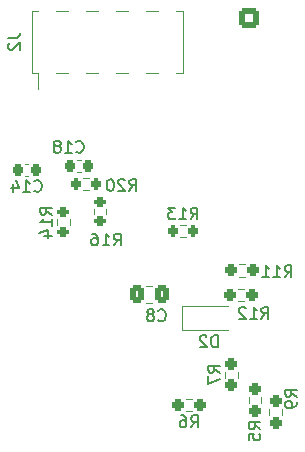
<source format=gbr>
%TF.GenerationSoftware,KiCad,Pcbnew,(6.0.4-0)*%
%TF.CreationDate,2022-03-31T17:06:01+02:00*%
%TF.ProjectId,cryosub_power_converter_top_v03,6372796f-7375-4625-9f70-6f7765725f63,rev?*%
%TF.SameCoordinates,Original*%
%TF.FileFunction,Legend,Bot*%
%TF.FilePolarity,Positive*%
%FSLAX45Y45*%
G04 Gerber Fmt 4.5, Leading zero omitted, Abs format (unit mm)*
G04 Created by KiCad (PCBNEW (6.0.4-0)) date 2022-03-31 17:06:01*
%MOMM*%
%LPD*%
G01*
G04 APERTURE LIST*
G04 Aperture macros list*
%AMRoundRect*
0 Rectangle with rounded corners*
0 $1 Rounding radius*
0 $2 $3 $4 $5 $6 $7 $8 $9 X,Y pos of 4 corners*
0 Add a 4 corners polygon primitive as box body*
4,1,4,$2,$3,$4,$5,$6,$7,$8,$9,$2,$3,0*
0 Add four circle primitives for the rounded corners*
1,1,$1+$1,$2,$3*
1,1,$1+$1,$4,$5*
1,1,$1+$1,$6,$7*
1,1,$1+$1,$8,$9*
0 Add four rect primitives between the rounded corners*
20,1,$1+$1,$2,$3,$4,$5,0*
20,1,$1+$1,$4,$5,$6,$7,0*
20,1,$1+$1,$6,$7,$8,$9,0*
20,1,$1+$1,$8,$9,$2,$3,0*%
G04 Aperture macros list end*
%ADD10C,0.150000*%
%ADD11C,0.120000*%
%ADD12C,1.000000*%
%ADD13C,1.400000*%
%ADD14C,4.700000*%
%ADD15RoundRect,0.250000X0.600000X-0.600000X0.600000X0.600000X-0.600000X0.600000X-0.600000X-0.600000X0*%
%ADD16C,1.700000*%
%ADD17RoundRect,0.237500X-0.237500X0.250000X-0.237500X-0.250000X0.237500X-0.250000X0.237500X0.250000X0*%
%ADD18RoundRect,0.237500X0.237500X-0.250000X0.237500X0.250000X-0.237500X0.250000X-0.237500X-0.250000X0*%
%ADD19RoundRect,0.237500X-0.250000X-0.237500X0.250000X-0.237500X0.250000X0.237500X-0.250000X0.237500X0*%
%ADD20R,1.000000X3.000000*%
%ADD21RoundRect,0.250000X-0.337500X-0.475000X0.337500X-0.475000X0.337500X0.475000X-0.337500X0.475000X0*%
%ADD22RoundRect,0.225000X-0.225000X-0.250000X0.225000X-0.250000X0.225000X0.250000X-0.225000X0.250000X0*%
%ADD23RoundRect,0.200000X-0.275000X0.200000X-0.275000X-0.200000X0.275000X-0.200000X0.275000X0.200000X0*%
%ADD24RoundRect,0.200000X-0.200000X-0.275000X0.200000X-0.275000X0.200000X0.275000X-0.200000X0.275000X0*%
%ADD25RoundRect,0.237500X0.250000X0.237500X-0.250000X0.237500X-0.250000X-0.237500X0.250000X-0.237500X0*%
%ADD26RoundRect,0.200000X0.200000X0.275000X-0.200000X0.275000X-0.200000X-0.275000X0.200000X-0.275000X0*%
%ADD27R,0.900000X1.200000*%
G04 APERTURE END LIST*
D10*
%TO.C,R7*%
X12152238Y-13599583D02*
X12104619Y-13566250D01*
X12152238Y-13542440D02*
X12052238Y-13542440D01*
X12052238Y-13580536D01*
X12057000Y-13590059D01*
X12061762Y-13594821D01*
X12071286Y-13599583D01*
X12085571Y-13599583D01*
X12095095Y-13594821D01*
X12099857Y-13590059D01*
X12104619Y-13580536D01*
X12104619Y-13542440D01*
X12052238Y-13632917D02*
X12052238Y-13699583D01*
X12152238Y-13656726D01*
%TO.C,R9*%
X12805238Y-13803333D02*
X12757619Y-13770000D01*
X12805238Y-13746190D02*
X12705238Y-13746190D01*
X12705238Y-13784286D01*
X12710000Y-13793809D01*
X12714762Y-13798571D01*
X12724286Y-13803333D01*
X12738571Y-13803333D01*
X12748095Y-13798571D01*
X12752857Y-13793809D01*
X12757619Y-13784286D01*
X12757619Y-13746190D01*
X12805238Y-13850952D02*
X12805238Y-13870000D01*
X12800476Y-13879524D01*
X12795714Y-13884286D01*
X12781428Y-13893809D01*
X12762381Y-13898571D01*
X12724286Y-13898571D01*
X12714762Y-13893809D01*
X12710000Y-13889048D01*
X12705238Y-13879524D01*
X12705238Y-13860476D01*
X12710000Y-13850952D01*
X12714762Y-13846190D01*
X12724286Y-13841428D01*
X12748095Y-13841428D01*
X12757619Y-13846190D01*
X12762381Y-13850952D01*
X12767143Y-13860476D01*
X12767143Y-13879524D01*
X12762381Y-13889048D01*
X12757619Y-13893809D01*
X12748095Y-13898571D01*
%TO.C,R5*%
X12495238Y-14078333D02*
X12447619Y-14045000D01*
X12495238Y-14021190D02*
X12395238Y-14021190D01*
X12395238Y-14059286D01*
X12400000Y-14068809D01*
X12404762Y-14073571D01*
X12414286Y-14078333D01*
X12428571Y-14078333D01*
X12438095Y-14073571D01*
X12442857Y-14068809D01*
X12447619Y-14059286D01*
X12447619Y-14021190D01*
X12395238Y-14168809D02*
X12395238Y-14121190D01*
X12442857Y-14116428D01*
X12438095Y-14121190D01*
X12433333Y-14130714D01*
X12433333Y-14154524D01*
X12438095Y-14164048D01*
X12442857Y-14168809D01*
X12452381Y-14173571D01*
X12476190Y-14173571D01*
X12485714Y-14168809D01*
X12490476Y-14164048D01*
X12495238Y-14154524D01*
X12495238Y-14130714D01*
X12490476Y-14121190D01*
X12485714Y-14116428D01*
%TO.C,R6*%
X11907917Y-14063238D02*
X11941250Y-14015619D01*
X11965059Y-14063238D02*
X11965059Y-13963238D01*
X11926964Y-13963238D01*
X11917440Y-13968000D01*
X11912678Y-13972762D01*
X11907917Y-13982286D01*
X11907917Y-13996571D01*
X11912678Y-14006095D01*
X11917440Y-14010857D01*
X11926964Y-14015619D01*
X11965059Y-14015619D01*
X11822202Y-13963238D02*
X11841250Y-13963238D01*
X11850774Y-13968000D01*
X11855536Y-13972762D01*
X11865059Y-13987048D01*
X11869821Y-14006095D01*
X11869821Y-14044190D01*
X11865059Y-14053714D01*
X11860298Y-14058476D01*
X11850774Y-14063238D01*
X11831726Y-14063238D01*
X11822202Y-14058476D01*
X11817440Y-14053714D01*
X11812678Y-14044190D01*
X11812678Y-14020381D01*
X11817440Y-14010857D01*
X11822202Y-14006095D01*
X11831726Y-14001333D01*
X11850774Y-14001333D01*
X11860298Y-14006095D01*
X11865059Y-14010857D01*
X11869821Y-14020381D01*
%TO.C,J2*%
X10360238Y-10766667D02*
X10431667Y-10766667D01*
X10445952Y-10761905D01*
X10455476Y-10752381D01*
X10460238Y-10738095D01*
X10460238Y-10728571D01*
X10369762Y-10809524D02*
X10365000Y-10814286D01*
X10360238Y-10823810D01*
X10360238Y-10847619D01*
X10365000Y-10857143D01*
X10369762Y-10861905D01*
X10379286Y-10866667D01*
X10388810Y-10866667D01*
X10403095Y-10861905D01*
X10460238Y-10804762D01*
X10460238Y-10866667D01*
%TO.C,C8*%
X11631667Y-13155714D02*
X11636428Y-13160476D01*
X11650714Y-13165238D01*
X11660238Y-13165238D01*
X11674524Y-13160476D01*
X11684048Y-13150952D01*
X11688809Y-13141428D01*
X11693571Y-13122381D01*
X11693571Y-13108095D01*
X11688809Y-13089048D01*
X11684048Y-13079524D01*
X11674524Y-13070000D01*
X11660238Y-13065238D01*
X11650714Y-13065238D01*
X11636428Y-13070000D01*
X11631667Y-13074762D01*
X11574524Y-13108095D02*
X11584048Y-13103333D01*
X11588809Y-13098571D01*
X11593571Y-13089048D01*
X11593571Y-13084286D01*
X11588809Y-13074762D01*
X11584048Y-13070000D01*
X11574524Y-13065238D01*
X11555476Y-13065238D01*
X11545952Y-13070000D01*
X11541190Y-13074762D01*
X11536428Y-13084286D01*
X11536428Y-13089048D01*
X11541190Y-13098571D01*
X11545952Y-13103333D01*
X11555476Y-13108095D01*
X11574524Y-13108095D01*
X11584048Y-13112857D01*
X11588809Y-13117619D01*
X11593571Y-13127143D01*
X11593571Y-13146190D01*
X11588809Y-13155714D01*
X11584048Y-13160476D01*
X11574524Y-13165238D01*
X11555476Y-13165238D01*
X11545952Y-13160476D01*
X11541190Y-13155714D01*
X11536428Y-13146190D01*
X11536428Y-13127143D01*
X11541190Y-13117619D01*
X11545952Y-13112857D01*
X11555476Y-13108095D01*
%TO.C,C14*%
X10581786Y-12061214D02*
X10586548Y-12065976D01*
X10600833Y-12070738D01*
X10610357Y-12070738D01*
X10624643Y-12065976D01*
X10634167Y-12056452D01*
X10638929Y-12046928D01*
X10643690Y-12027881D01*
X10643690Y-12013595D01*
X10638929Y-11994548D01*
X10634167Y-11985024D01*
X10624643Y-11975500D01*
X10610357Y-11970738D01*
X10600833Y-11970738D01*
X10586548Y-11975500D01*
X10581786Y-11980262D01*
X10486548Y-12070738D02*
X10543690Y-12070738D01*
X10515119Y-12070738D02*
X10515119Y-11970738D01*
X10524643Y-11985024D01*
X10534167Y-11994548D01*
X10543690Y-11999309D01*
X10400833Y-12004071D02*
X10400833Y-12070738D01*
X10424643Y-11965976D02*
X10448452Y-12037405D01*
X10386548Y-12037405D01*
%TO.C,R14*%
X10729738Y-12262214D02*
X10682119Y-12228881D01*
X10729738Y-12205071D02*
X10629738Y-12205071D01*
X10629738Y-12243167D01*
X10634500Y-12252690D01*
X10639262Y-12257452D01*
X10648786Y-12262214D01*
X10663071Y-12262214D01*
X10672595Y-12257452D01*
X10677357Y-12252690D01*
X10682119Y-12243167D01*
X10682119Y-12205071D01*
X10729738Y-12357452D02*
X10729738Y-12300309D01*
X10729738Y-12328881D02*
X10629738Y-12328881D01*
X10644024Y-12319357D01*
X10653548Y-12309833D01*
X10658310Y-12300309D01*
X10663071Y-12443167D02*
X10729738Y-12443167D01*
X10624976Y-12419357D02*
X10696405Y-12395548D01*
X10696405Y-12457452D01*
%TO.C,R16*%
X11254286Y-12522738D02*
X11287619Y-12475119D01*
X11311428Y-12522738D02*
X11311428Y-12422738D01*
X11273333Y-12422738D01*
X11263809Y-12427500D01*
X11259048Y-12432262D01*
X11254286Y-12441786D01*
X11254286Y-12456071D01*
X11259048Y-12465595D01*
X11263809Y-12470357D01*
X11273333Y-12475119D01*
X11311428Y-12475119D01*
X11159048Y-12522738D02*
X11216190Y-12522738D01*
X11187619Y-12522738D02*
X11187619Y-12422738D01*
X11197143Y-12437024D01*
X11206667Y-12446548D01*
X11216190Y-12451309D01*
X11073333Y-12422738D02*
X11092381Y-12422738D01*
X11101905Y-12427500D01*
X11106667Y-12432262D01*
X11116190Y-12446548D01*
X11120952Y-12465595D01*
X11120952Y-12503690D01*
X11116190Y-12513214D01*
X11111429Y-12517976D01*
X11101905Y-12522738D01*
X11082857Y-12522738D01*
X11073333Y-12517976D01*
X11068571Y-12513214D01*
X11063810Y-12503690D01*
X11063810Y-12479881D01*
X11068571Y-12470357D01*
X11073333Y-12465595D01*
X11082857Y-12460833D01*
X11101905Y-12460833D01*
X11111429Y-12465595D01*
X11116190Y-12470357D01*
X11120952Y-12479881D01*
%TO.C,R20*%
X11386786Y-12062738D02*
X11420119Y-12015119D01*
X11443928Y-12062738D02*
X11443928Y-11962738D01*
X11405833Y-11962738D01*
X11396309Y-11967500D01*
X11391548Y-11972262D01*
X11386786Y-11981786D01*
X11386786Y-11996071D01*
X11391548Y-12005595D01*
X11396309Y-12010357D01*
X11405833Y-12015119D01*
X11443928Y-12015119D01*
X11348690Y-11972262D02*
X11343928Y-11967500D01*
X11334405Y-11962738D01*
X11310595Y-11962738D01*
X11301071Y-11967500D01*
X11296309Y-11972262D01*
X11291548Y-11981786D01*
X11291548Y-11991309D01*
X11296309Y-12005595D01*
X11353452Y-12062738D01*
X11291548Y-12062738D01*
X11229643Y-11962738D02*
X11220119Y-11962738D01*
X11210595Y-11967500D01*
X11205833Y-11972262D01*
X11201071Y-11981786D01*
X11196309Y-12000833D01*
X11196309Y-12024643D01*
X11201071Y-12043690D01*
X11205833Y-12053214D01*
X11210595Y-12057976D01*
X11220119Y-12062738D01*
X11229643Y-12062738D01*
X11239167Y-12057976D01*
X11243928Y-12053214D01*
X11248690Y-12043690D01*
X11253452Y-12024643D01*
X11253452Y-12000833D01*
X11248690Y-11981786D01*
X11243928Y-11972262D01*
X11239167Y-11967500D01*
X11229643Y-11962738D01*
%TO.C,R11*%
X12701786Y-12792738D02*
X12735119Y-12745119D01*
X12758928Y-12792738D02*
X12758928Y-12692738D01*
X12720833Y-12692738D01*
X12711309Y-12697500D01*
X12706548Y-12702262D01*
X12701786Y-12711786D01*
X12701786Y-12726071D01*
X12706548Y-12735595D01*
X12711309Y-12740357D01*
X12720833Y-12745119D01*
X12758928Y-12745119D01*
X12606548Y-12792738D02*
X12663690Y-12792738D01*
X12635119Y-12792738D02*
X12635119Y-12692738D01*
X12644643Y-12707024D01*
X12654167Y-12716548D01*
X12663690Y-12721309D01*
X12511309Y-12792738D02*
X12568452Y-12792738D01*
X12539881Y-12792738D02*
X12539881Y-12692738D01*
X12549405Y-12707024D01*
X12558928Y-12716548D01*
X12568452Y-12721309D01*
%TO.C,R12*%
X12504286Y-13145238D02*
X12537619Y-13097619D01*
X12561428Y-13145238D02*
X12561428Y-13045238D01*
X12523333Y-13045238D01*
X12513809Y-13050000D01*
X12509048Y-13054762D01*
X12504286Y-13064286D01*
X12504286Y-13078571D01*
X12509048Y-13088095D01*
X12513809Y-13092857D01*
X12523333Y-13097619D01*
X12561428Y-13097619D01*
X12409048Y-13145238D02*
X12466190Y-13145238D01*
X12437619Y-13145238D02*
X12437619Y-13045238D01*
X12447143Y-13059524D01*
X12456667Y-13069048D01*
X12466190Y-13073809D01*
X12370952Y-13054762D02*
X12366190Y-13050000D01*
X12356667Y-13045238D01*
X12332857Y-13045238D01*
X12323333Y-13050000D01*
X12318571Y-13054762D01*
X12313809Y-13064286D01*
X12313809Y-13073809D01*
X12318571Y-13088095D01*
X12375714Y-13145238D01*
X12313809Y-13145238D01*
%TO.C,C18*%
X10936786Y-11728214D02*
X10941548Y-11732976D01*
X10955833Y-11737738D01*
X10965357Y-11737738D01*
X10979643Y-11732976D01*
X10989167Y-11723452D01*
X10993929Y-11713928D01*
X10998690Y-11694881D01*
X10998690Y-11680595D01*
X10993929Y-11661548D01*
X10989167Y-11652024D01*
X10979643Y-11642500D01*
X10965357Y-11637738D01*
X10955833Y-11637738D01*
X10941548Y-11642500D01*
X10936786Y-11647262D01*
X10841548Y-11737738D02*
X10898690Y-11737738D01*
X10870119Y-11737738D02*
X10870119Y-11637738D01*
X10879643Y-11652024D01*
X10889167Y-11661548D01*
X10898690Y-11666309D01*
X10784405Y-11680595D02*
X10793929Y-11675833D01*
X10798690Y-11671071D01*
X10803452Y-11661548D01*
X10803452Y-11656786D01*
X10798690Y-11647262D01*
X10793929Y-11642500D01*
X10784405Y-11637738D01*
X10765357Y-11637738D01*
X10755833Y-11642500D01*
X10751071Y-11647262D01*
X10746310Y-11656786D01*
X10746310Y-11661548D01*
X10751071Y-11671071D01*
X10755833Y-11675833D01*
X10765357Y-11680595D01*
X10784405Y-11680595D01*
X10793929Y-11685357D01*
X10798690Y-11690119D01*
X10803452Y-11699643D01*
X10803452Y-11718690D01*
X10798690Y-11728214D01*
X10793929Y-11732976D01*
X10784405Y-11737738D01*
X10765357Y-11737738D01*
X10755833Y-11732976D01*
X10751071Y-11728214D01*
X10746310Y-11718690D01*
X10746310Y-11699643D01*
X10751071Y-11690119D01*
X10755833Y-11685357D01*
X10765357Y-11680595D01*
%TO.C,R13*%
X11904286Y-12302238D02*
X11937619Y-12254619D01*
X11961428Y-12302238D02*
X11961428Y-12202238D01*
X11923333Y-12202238D01*
X11913809Y-12207000D01*
X11909048Y-12211762D01*
X11904286Y-12221286D01*
X11904286Y-12235571D01*
X11909048Y-12245095D01*
X11913809Y-12249857D01*
X11923333Y-12254619D01*
X11961428Y-12254619D01*
X11809048Y-12302238D02*
X11866190Y-12302238D01*
X11837619Y-12302238D02*
X11837619Y-12202238D01*
X11847143Y-12216524D01*
X11856667Y-12226048D01*
X11866190Y-12230809D01*
X11775714Y-12202238D02*
X11713809Y-12202238D01*
X11747143Y-12240333D01*
X11732857Y-12240333D01*
X11723333Y-12245095D01*
X11718571Y-12249857D01*
X11713809Y-12259381D01*
X11713809Y-12283190D01*
X11718571Y-12292714D01*
X11723333Y-12297476D01*
X11732857Y-12302238D01*
X11761428Y-12302238D01*
X11770952Y-12297476D01*
X11775714Y-12292714D01*
%TO.C,D2*%
X12133809Y-13385238D02*
X12133809Y-13285238D01*
X12110000Y-13285238D01*
X12095714Y-13290000D01*
X12086190Y-13299524D01*
X12081428Y-13309048D01*
X12076667Y-13328095D01*
X12076667Y-13342381D01*
X12081428Y-13361428D01*
X12086190Y-13370952D01*
X12095714Y-13380476D01*
X12110000Y-13385238D01*
X12133809Y-13385238D01*
X12038571Y-13294762D02*
X12033809Y-13290000D01*
X12024286Y-13285238D01*
X12000476Y-13285238D01*
X11990952Y-13290000D01*
X11986190Y-13294762D01*
X11981428Y-13304286D01*
X11981428Y-13313809D01*
X11986190Y-13328095D01*
X12043333Y-13385238D01*
X11981428Y-13385238D01*
D11*
%TO.C,R7*%
X12302250Y-13590778D02*
X12302250Y-13641722D01*
X12197750Y-13590778D02*
X12197750Y-13641722D01*
%TO.C,R9*%
X12572750Y-13959222D02*
X12572750Y-13908278D01*
X12677250Y-13959222D02*
X12677250Y-13908278D01*
%TO.C,R5*%
X12397750Y-13808278D02*
X12397750Y-13859222D01*
X12502250Y-13808278D02*
X12502250Y-13859222D01*
%TO.C,R6*%
X11865778Y-13927250D02*
X11916722Y-13927250D01*
X11865778Y-13822750D02*
X11916722Y-13822750D01*
%TO.C,J2*%
X10559000Y-11060000D02*
X10616000Y-11060000D01*
X11276000Y-10540000D02*
X11378000Y-10540000D01*
X11530000Y-11060000D02*
X11632000Y-11060000D01*
X11022000Y-11060000D02*
X11124000Y-11060000D01*
X11276000Y-11060000D02*
X11378000Y-11060000D01*
X10559000Y-10540000D02*
X10559000Y-11060000D01*
X10559000Y-10540000D02*
X10616000Y-10540000D01*
X11784000Y-10540000D02*
X11841000Y-10540000D01*
X10616000Y-11060000D02*
X10616000Y-11196000D01*
X10768000Y-10540000D02*
X10870000Y-10540000D01*
X11530000Y-10540000D02*
X11632000Y-10540000D01*
X11022000Y-10540000D02*
X11124000Y-10540000D01*
X10768000Y-11060000D02*
X10870000Y-11060000D01*
X11784000Y-11060000D02*
X11841000Y-11060000D01*
X11841000Y-10540000D02*
X11841000Y-11060000D01*
%TO.C,C8*%
X11528875Y-12864000D02*
X11581125Y-12864000D01*
X11528875Y-13011000D02*
X11581125Y-13011000D01*
%TO.C,C14*%
X10503442Y-11831500D02*
X10531558Y-11831500D01*
X10503442Y-11933500D02*
X10531558Y-11933500D01*
%TO.C,R14*%
X10879750Y-12302774D02*
X10879750Y-12350226D01*
X10775250Y-12302774D02*
X10775250Y-12350226D01*
%TO.C,R16*%
X11085250Y-12211274D02*
X11085250Y-12258726D01*
X11189750Y-12211274D02*
X11189750Y-12258726D01*
%TO.C,R20*%
X10993774Y-12054750D02*
X11041226Y-12054750D01*
X10993774Y-11950250D02*
X11041226Y-11950250D01*
%TO.C,R11*%
X12365472Y-12787250D02*
X12314528Y-12787250D01*
X12365472Y-12682750D02*
X12314528Y-12682750D01*
%TO.C,R12*%
X12307028Y-12997250D02*
X12357972Y-12997250D01*
X12307028Y-12892750D02*
X12357972Y-12892750D01*
%TO.C,C18*%
X10945942Y-11799000D02*
X10974058Y-11799000D01*
X10945942Y-11901000D02*
X10974058Y-11901000D01*
%TO.C,R13*%
X11863726Y-12347750D02*
X11816274Y-12347750D01*
X11863726Y-12452250D02*
X11816274Y-12452250D01*
%TO.C,D2*%
X11835000Y-13240000D02*
X12225000Y-13240000D01*
X11835000Y-13040000D02*
X12225000Y-13040000D01*
X11835000Y-13240000D02*
X11835000Y-13040000D01*
%TD*%
%LPC*%
D12*
%TO.C,TP1*%
X11302500Y-12165000D03*
%TD*%
D13*
%TO.C,TP2*%
X10646000Y-12900000D03*
X10900000Y-12900000D03*
%TD*%
D14*
%TO.C,H1*%
X10400000Y-14100000D03*
%TD*%
%TO.C,H2*%
X12600000Y-11300000D03*
%TD*%
%TO.C,H3*%
X13000000Y-14100000D03*
%TD*%
D15*
%TO.C,J1*%
X12400000Y-10600000D03*
D16*
X12400000Y-10346000D03*
X12654000Y-10600000D03*
X12654000Y-10346000D03*
X12908000Y-10600000D03*
X12908000Y-10346000D03*
X13162000Y-10600000D03*
X13162000Y-10346000D03*
%TD*%
D17*
%TO.C,R7*%
X12250000Y-13525000D03*
X12250000Y-13707500D03*
%TD*%
D18*
%TO.C,R9*%
X12625000Y-14025000D03*
X12625000Y-13842500D03*
%TD*%
D17*
%TO.C,R5*%
X12450000Y-13742500D03*
X12450000Y-13925000D03*
%TD*%
D19*
%TO.C,R6*%
X11800000Y-13875000D03*
X11982500Y-13875000D03*
%TD*%
D20*
%TO.C,J2*%
X10692000Y-11052000D03*
X10692000Y-10548000D03*
X10946000Y-11052000D03*
X10946000Y-10548000D03*
X11200000Y-11052000D03*
X11200000Y-10548000D03*
X11454000Y-11052000D03*
X11454000Y-10548000D03*
X11708000Y-11052000D03*
X11708000Y-10548000D03*
%TD*%
D21*
%TO.C,C8*%
X11451250Y-12937500D03*
X11658750Y-12937500D03*
%TD*%
D22*
%TO.C,C14*%
X10440000Y-11882500D03*
X10595000Y-11882500D03*
%TD*%
D23*
%TO.C,R14*%
X10827500Y-12244000D03*
X10827500Y-12409000D03*
%TD*%
%TO.C,R16*%
X11137500Y-12152500D03*
X11137500Y-12317500D03*
%TD*%
D24*
%TO.C,R20*%
X10935000Y-12002500D03*
X11100000Y-12002500D03*
%TD*%
D25*
%TO.C,R11*%
X12431250Y-12735000D03*
X12248750Y-12735000D03*
%TD*%
D19*
%TO.C,R12*%
X12241250Y-12945000D03*
X12423750Y-12945000D03*
%TD*%
D22*
%TO.C,C18*%
X10882500Y-11850000D03*
X11037500Y-11850000D03*
%TD*%
D26*
%TO.C,R13*%
X11922500Y-12400000D03*
X11757500Y-12400000D03*
%TD*%
D27*
%TO.C,D2*%
X11895000Y-13140000D03*
X12225000Y-13140000D03*
%TD*%
M02*

</source>
